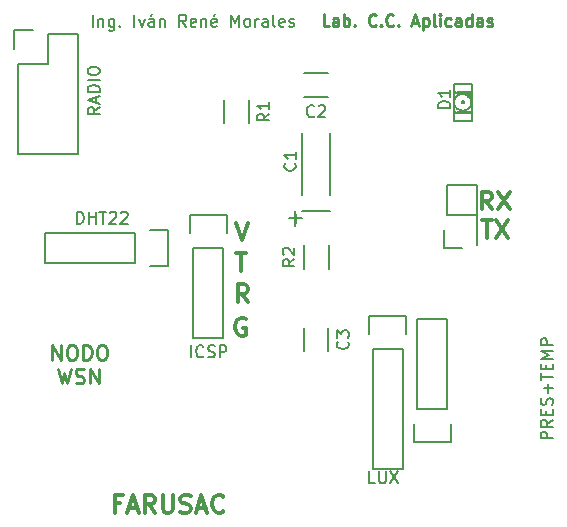
<source format=gto>
G04 #@! TF.FileFunction,Legend,Top*
%FSLAX46Y46*%
G04 Gerber Fmt 4.6, Leading zero omitted, Abs format (unit mm)*
G04 Created by KiCad (PCBNEW (after 2015-mar-04 BZR unknown)-product) date 22/04/2015 13:56:25*
%MOMM*%
G01*
G04 APERTURE LIST*
%ADD10C,0.100000*%
%ADD11C,0.250000*%
%ADD12C,0.200000*%
%ADD13C,0.300000*%
%ADD14C,0.150000*%
G04 APERTURE END LIST*
D10*
D11*
X106674333Y-79981876D02*
X106674333Y-78731876D01*
X107388619Y-79981876D01*
X107388619Y-78731876D01*
X108221952Y-78731876D02*
X108460048Y-78731876D01*
X108579095Y-78791400D01*
X108698143Y-78910448D01*
X108757667Y-79148543D01*
X108757667Y-79565210D01*
X108698143Y-79803305D01*
X108579095Y-79922352D01*
X108460048Y-79981876D01*
X108221952Y-79981876D01*
X108102905Y-79922352D01*
X107983857Y-79803305D01*
X107924333Y-79565210D01*
X107924333Y-79148543D01*
X107983857Y-78910448D01*
X108102905Y-78791400D01*
X108221952Y-78731876D01*
X109293381Y-79981876D02*
X109293381Y-78731876D01*
X109591000Y-78731876D01*
X109769572Y-78791400D01*
X109888619Y-78910448D01*
X109948143Y-79029495D01*
X110007667Y-79267590D01*
X110007667Y-79446162D01*
X109948143Y-79684257D01*
X109888619Y-79803305D01*
X109769572Y-79922352D01*
X109591000Y-79981876D01*
X109293381Y-79981876D01*
X110781476Y-78731876D02*
X111019572Y-78731876D01*
X111138619Y-78791400D01*
X111257667Y-78910448D01*
X111317191Y-79148543D01*
X111317191Y-79565210D01*
X111257667Y-79803305D01*
X111138619Y-79922352D01*
X111019572Y-79981876D01*
X110781476Y-79981876D01*
X110662429Y-79922352D01*
X110543381Y-79803305D01*
X110483857Y-79565210D01*
X110483857Y-79148543D01*
X110543381Y-78910448D01*
X110662429Y-78791400D01*
X110781476Y-78731876D01*
X107180286Y-80731876D02*
X107477905Y-81981876D01*
X107716001Y-81089019D01*
X107954096Y-81981876D01*
X108251715Y-80731876D01*
X108668381Y-81922352D02*
X108846953Y-81981876D01*
X109144572Y-81981876D01*
X109263619Y-81922352D01*
X109323143Y-81862829D01*
X109382667Y-81743781D01*
X109382667Y-81624733D01*
X109323143Y-81505686D01*
X109263619Y-81446162D01*
X109144572Y-81386638D01*
X108906476Y-81327114D01*
X108787429Y-81267590D01*
X108727905Y-81208067D01*
X108668381Y-81089019D01*
X108668381Y-80969971D01*
X108727905Y-80850924D01*
X108787429Y-80791400D01*
X108906476Y-80731876D01*
X109204096Y-80731876D01*
X109382667Y-80791400D01*
X109918381Y-81981876D02*
X109918381Y-80731876D01*
X110632667Y-81981876D01*
X110632667Y-80731876D01*
D12*
X110117999Y-51785781D02*
X110117999Y-50785781D01*
X110594189Y-51119114D02*
X110594189Y-51785781D01*
X110594189Y-51214352D02*
X110641808Y-51166733D01*
X110737046Y-51119114D01*
X110879904Y-51119114D01*
X110975142Y-51166733D01*
X111022761Y-51261971D01*
X111022761Y-51785781D01*
X111927523Y-51119114D02*
X111927523Y-51928638D01*
X111879904Y-52023876D01*
X111832285Y-52071495D01*
X111737046Y-52119114D01*
X111594189Y-52119114D01*
X111498951Y-52071495D01*
X111927523Y-51738162D02*
X111832285Y-51785781D01*
X111641808Y-51785781D01*
X111546570Y-51738162D01*
X111498951Y-51690543D01*
X111451332Y-51595305D01*
X111451332Y-51309590D01*
X111498951Y-51214352D01*
X111546570Y-51166733D01*
X111641808Y-51119114D01*
X111832285Y-51119114D01*
X111927523Y-51166733D01*
X112403713Y-51690543D02*
X112451332Y-51738162D01*
X112403713Y-51785781D01*
X112356094Y-51738162D01*
X112403713Y-51690543D01*
X112403713Y-51785781D01*
X113641808Y-51785781D02*
X113641808Y-50785781D01*
X114022760Y-51119114D02*
X114260855Y-51785781D01*
X114498951Y-51119114D01*
X115308475Y-51785781D02*
X115308475Y-51261971D01*
X115260856Y-51166733D01*
X115165618Y-51119114D01*
X114975141Y-51119114D01*
X114879903Y-51166733D01*
X115308475Y-51738162D02*
X115213237Y-51785781D01*
X114975141Y-51785781D01*
X114879903Y-51738162D01*
X114832284Y-51642924D01*
X114832284Y-51547686D01*
X114879903Y-51452448D01*
X114975141Y-51404829D01*
X115213237Y-51404829D01*
X115308475Y-51357210D01*
X115165618Y-50738162D02*
X115022760Y-50881019D01*
X115784665Y-51119114D02*
X115784665Y-51785781D01*
X115784665Y-51214352D02*
X115832284Y-51166733D01*
X115927522Y-51119114D01*
X116070380Y-51119114D01*
X116165618Y-51166733D01*
X116213237Y-51261971D01*
X116213237Y-51785781D01*
X118022761Y-51785781D02*
X117689427Y-51309590D01*
X117451332Y-51785781D02*
X117451332Y-50785781D01*
X117832285Y-50785781D01*
X117927523Y-50833400D01*
X117975142Y-50881019D01*
X118022761Y-50976257D01*
X118022761Y-51119114D01*
X117975142Y-51214352D01*
X117927523Y-51261971D01*
X117832285Y-51309590D01*
X117451332Y-51309590D01*
X118832285Y-51738162D02*
X118737047Y-51785781D01*
X118546570Y-51785781D01*
X118451332Y-51738162D01*
X118403713Y-51642924D01*
X118403713Y-51261971D01*
X118451332Y-51166733D01*
X118546570Y-51119114D01*
X118737047Y-51119114D01*
X118832285Y-51166733D01*
X118879904Y-51261971D01*
X118879904Y-51357210D01*
X118403713Y-51452448D01*
X119308475Y-51119114D02*
X119308475Y-51785781D01*
X119308475Y-51214352D02*
X119356094Y-51166733D01*
X119451332Y-51119114D01*
X119594190Y-51119114D01*
X119689428Y-51166733D01*
X119737047Y-51261971D01*
X119737047Y-51785781D01*
X120594190Y-51738162D02*
X120498952Y-51785781D01*
X120308475Y-51785781D01*
X120213237Y-51738162D01*
X120165618Y-51642924D01*
X120165618Y-51261971D01*
X120213237Y-51166733D01*
X120308475Y-51119114D01*
X120498952Y-51119114D01*
X120594190Y-51166733D01*
X120641809Y-51261971D01*
X120641809Y-51357210D01*
X120165618Y-51452448D01*
X120498952Y-50738162D02*
X120356094Y-50881019D01*
X121832285Y-51785781D02*
X121832285Y-50785781D01*
X122165619Y-51500067D01*
X122498952Y-50785781D01*
X122498952Y-51785781D01*
X123117999Y-51785781D02*
X123022761Y-51738162D01*
X122975142Y-51690543D01*
X122927523Y-51595305D01*
X122927523Y-51309590D01*
X122975142Y-51214352D01*
X123022761Y-51166733D01*
X123117999Y-51119114D01*
X123260857Y-51119114D01*
X123356095Y-51166733D01*
X123403714Y-51214352D01*
X123451333Y-51309590D01*
X123451333Y-51595305D01*
X123403714Y-51690543D01*
X123356095Y-51738162D01*
X123260857Y-51785781D01*
X123117999Y-51785781D01*
X123879904Y-51785781D02*
X123879904Y-51119114D01*
X123879904Y-51309590D02*
X123927523Y-51214352D01*
X123975142Y-51166733D01*
X124070380Y-51119114D01*
X124165619Y-51119114D01*
X124927524Y-51785781D02*
X124927524Y-51261971D01*
X124879905Y-51166733D01*
X124784667Y-51119114D01*
X124594190Y-51119114D01*
X124498952Y-51166733D01*
X124927524Y-51738162D02*
X124832286Y-51785781D01*
X124594190Y-51785781D01*
X124498952Y-51738162D01*
X124451333Y-51642924D01*
X124451333Y-51547686D01*
X124498952Y-51452448D01*
X124594190Y-51404829D01*
X124832286Y-51404829D01*
X124927524Y-51357210D01*
X125546571Y-51785781D02*
X125451333Y-51738162D01*
X125403714Y-51642924D01*
X125403714Y-50785781D01*
X126308477Y-51738162D02*
X126213239Y-51785781D01*
X126022762Y-51785781D01*
X125927524Y-51738162D01*
X125879905Y-51642924D01*
X125879905Y-51261971D01*
X125927524Y-51166733D01*
X126022762Y-51119114D01*
X126213239Y-51119114D01*
X126308477Y-51166733D01*
X126356096Y-51261971D01*
X126356096Y-51357210D01*
X125879905Y-51452448D01*
X126737048Y-51738162D02*
X126832286Y-51785781D01*
X127022762Y-51785781D01*
X127118001Y-51738162D01*
X127165620Y-51642924D01*
X127165620Y-51595305D01*
X127118001Y-51500067D01*
X127022762Y-51452448D01*
X126879905Y-51452448D01*
X126784667Y-51404829D01*
X126737048Y-51309590D01*
X126737048Y-51261971D01*
X126784667Y-51166733D01*
X126879905Y-51119114D01*
X127022762Y-51119114D01*
X127118001Y-51166733D01*
D11*
X130136143Y-51734981D02*
X129659952Y-51734981D01*
X129659952Y-50734981D01*
X130898048Y-51734981D02*
X130898048Y-51211171D01*
X130850429Y-51115933D01*
X130755191Y-51068314D01*
X130564714Y-51068314D01*
X130469476Y-51115933D01*
X130898048Y-51687362D02*
X130802810Y-51734981D01*
X130564714Y-51734981D01*
X130469476Y-51687362D01*
X130421857Y-51592124D01*
X130421857Y-51496886D01*
X130469476Y-51401648D01*
X130564714Y-51354029D01*
X130802810Y-51354029D01*
X130898048Y-51306410D01*
X131374238Y-51734981D02*
X131374238Y-50734981D01*
X131374238Y-51115933D02*
X131469476Y-51068314D01*
X131659953Y-51068314D01*
X131755191Y-51115933D01*
X131802810Y-51163552D01*
X131850429Y-51258790D01*
X131850429Y-51544505D01*
X131802810Y-51639743D01*
X131755191Y-51687362D01*
X131659953Y-51734981D01*
X131469476Y-51734981D01*
X131374238Y-51687362D01*
X132279000Y-51639743D02*
X132326619Y-51687362D01*
X132279000Y-51734981D01*
X132231381Y-51687362D01*
X132279000Y-51639743D01*
X132279000Y-51734981D01*
X134088524Y-51639743D02*
X134040905Y-51687362D01*
X133898048Y-51734981D01*
X133802810Y-51734981D01*
X133659952Y-51687362D01*
X133564714Y-51592124D01*
X133517095Y-51496886D01*
X133469476Y-51306410D01*
X133469476Y-51163552D01*
X133517095Y-50973076D01*
X133564714Y-50877838D01*
X133659952Y-50782600D01*
X133802810Y-50734981D01*
X133898048Y-50734981D01*
X134040905Y-50782600D01*
X134088524Y-50830219D01*
X134517095Y-51639743D02*
X134564714Y-51687362D01*
X134517095Y-51734981D01*
X134469476Y-51687362D01*
X134517095Y-51639743D01*
X134517095Y-51734981D01*
X135564714Y-51639743D02*
X135517095Y-51687362D01*
X135374238Y-51734981D01*
X135279000Y-51734981D01*
X135136142Y-51687362D01*
X135040904Y-51592124D01*
X134993285Y-51496886D01*
X134945666Y-51306410D01*
X134945666Y-51163552D01*
X134993285Y-50973076D01*
X135040904Y-50877838D01*
X135136142Y-50782600D01*
X135279000Y-50734981D01*
X135374238Y-50734981D01*
X135517095Y-50782600D01*
X135564714Y-50830219D01*
X135993285Y-51639743D02*
X136040904Y-51687362D01*
X135993285Y-51734981D01*
X135945666Y-51687362D01*
X135993285Y-51639743D01*
X135993285Y-51734981D01*
X137183761Y-51449267D02*
X137659952Y-51449267D01*
X137088523Y-51734981D02*
X137421856Y-50734981D01*
X137755190Y-51734981D01*
X138088523Y-51068314D02*
X138088523Y-52068314D01*
X138088523Y-51115933D02*
X138183761Y-51068314D01*
X138374238Y-51068314D01*
X138469476Y-51115933D01*
X138517095Y-51163552D01*
X138564714Y-51258790D01*
X138564714Y-51544505D01*
X138517095Y-51639743D01*
X138469476Y-51687362D01*
X138374238Y-51734981D01*
X138183761Y-51734981D01*
X138088523Y-51687362D01*
X139136142Y-51734981D02*
X139040904Y-51687362D01*
X138993285Y-51592124D01*
X138993285Y-50734981D01*
X139517095Y-51734981D02*
X139517095Y-51068314D01*
X139517095Y-50734981D02*
X139469476Y-50782600D01*
X139517095Y-50830219D01*
X139564714Y-50782600D01*
X139517095Y-50734981D01*
X139517095Y-50830219D01*
X140421857Y-51687362D02*
X140326619Y-51734981D01*
X140136142Y-51734981D01*
X140040904Y-51687362D01*
X139993285Y-51639743D01*
X139945666Y-51544505D01*
X139945666Y-51258790D01*
X139993285Y-51163552D01*
X140040904Y-51115933D01*
X140136142Y-51068314D01*
X140326619Y-51068314D01*
X140421857Y-51115933D01*
X141279000Y-51734981D02*
X141279000Y-51211171D01*
X141231381Y-51115933D01*
X141136143Y-51068314D01*
X140945666Y-51068314D01*
X140850428Y-51115933D01*
X141279000Y-51687362D02*
X141183762Y-51734981D01*
X140945666Y-51734981D01*
X140850428Y-51687362D01*
X140802809Y-51592124D01*
X140802809Y-51496886D01*
X140850428Y-51401648D01*
X140945666Y-51354029D01*
X141183762Y-51354029D01*
X141279000Y-51306410D01*
X142183762Y-51734981D02*
X142183762Y-50734981D01*
X142183762Y-51687362D02*
X142088524Y-51734981D01*
X141898047Y-51734981D01*
X141802809Y-51687362D01*
X141755190Y-51639743D01*
X141707571Y-51544505D01*
X141707571Y-51258790D01*
X141755190Y-51163552D01*
X141802809Y-51115933D01*
X141898047Y-51068314D01*
X142088524Y-51068314D01*
X142183762Y-51115933D01*
X143088524Y-51734981D02*
X143088524Y-51211171D01*
X143040905Y-51115933D01*
X142945667Y-51068314D01*
X142755190Y-51068314D01*
X142659952Y-51115933D01*
X143088524Y-51687362D02*
X142993286Y-51734981D01*
X142755190Y-51734981D01*
X142659952Y-51687362D01*
X142612333Y-51592124D01*
X142612333Y-51496886D01*
X142659952Y-51401648D01*
X142755190Y-51354029D01*
X142993286Y-51354029D01*
X143088524Y-51306410D01*
X143517095Y-51687362D02*
X143612333Y-51734981D01*
X143802809Y-51734981D01*
X143898048Y-51687362D01*
X143945667Y-51592124D01*
X143945667Y-51544505D01*
X143898048Y-51449267D01*
X143802809Y-51401648D01*
X143659952Y-51401648D01*
X143564714Y-51354029D01*
X143517095Y-51258790D01*
X143517095Y-51211171D01*
X143564714Y-51115933D01*
X143659952Y-51068314D01*
X143802809Y-51068314D01*
X143898048Y-51115933D01*
D13*
X112462801Y-92145657D02*
X111962801Y-92145657D01*
X111962801Y-92931371D02*
X111962801Y-91431371D01*
X112677087Y-91431371D01*
X113177086Y-92502800D02*
X113891372Y-92502800D01*
X113034229Y-92931371D02*
X113534229Y-91431371D01*
X114034229Y-92931371D01*
X115391372Y-92931371D02*
X114891372Y-92217086D01*
X114534229Y-92931371D02*
X114534229Y-91431371D01*
X115105657Y-91431371D01*
X115248515Y-91502800D01*
X115319943Y-91574229D01*
X115391372Y-91717086D01*
X115391372Y-91931371D01*
X115319943Y-92074229D01*
X115248515Y-92145657D01*
X115105657Y-92217086D01*
X114534229Y-92217086D01*
X116034229Y-91431371D02*
X116034229Y-92645657D01*
X116105657Y-92788514D01*
X116177086Y-92859943D01*
X116319943Y-92931371D01*
X116605657Y-92931371D01*
X116748515Y-92859943D01*
X116819943Y-92788514D01*
X116891372Y-92645657D01*
X116891372Y-91431371D01*
X117534229Y-92859943D02*
X117748515Y-92931371D01*
X118105658Y-92931371D01*
X118248515Y-92859943D01*
X118319944Y-92788514D01*
X118391372Y-92645657D01*
X118391372Y-92502800D01*
X118319944Y-92359943D01*
X118248515Y-92288514D01*
X118105658Y-92217086D01*
X117819944Y-92145657D01*
X117677086Y-92074229D01*
X117605658Y-92002800D01*
X117534229Y-91859943D01*
X117534229Y-91717086D01*
X117605658Y-91574229D01*
X117677086Y-91502800D01*
X117819944Y-91431371D01*
X118177086Y-91431371D01*
X118391372Y-91502800D01*
X118962800Y-92502800D02*
X119677086Y-92502800D01*
X118819943Y-92931371D02*
X119319943Y-91431371D01*
X119819943Y-92931371D01*
X121177086Y-92788514D02*
X121105657Y-92859943D01*
X120891371Y-92931371D01*
X120748514Y-92931371D01*
X120534229Y-92859943D01*
X120391371Y-92717086D01*
X120319943Y-92574229D01*
X120248514Y-92288514D01*
X120248514Y-92074229D01*
X120319943Y-91788514D01*
X120391371Y-91645657D01*
X120534229Y-91502800D01*
X120748514Y-91431371D01*
X120891371Y-91431371D01*
X121105657Y-91502800D01*
X121177086Y-91574229D01*
X143040443Y-68152371D02*
X143897586Y-68152371D01*
X143469015Y-69652371D02*
X143469015Y-68152371D01*
X144254729Y-68152371D02*
X145254729Y-69652371D01*
X145254729Y-68152371D02*
X144254729Y-69652371D01*
X143907901Y-67252071D02*
X143407901Y-66537786D01*
X143050758Y-67252071D02*
X143050758Y-65752071D01*
X143622186Y-65752071D01*
X143765044Y-65823500D01*
X143836472Y-65894929D01*
X143907901Y-66037786D01*
X143907901Y-66252071D01*
X143836472Y-66394929D01*
X143765044Y-66466357D01*
X143622186Y-66537786D01*
X143050758Y-66537786D01*
X144407901Y-65752071D02*
X145407901Y-67252071D01*
X145407901Y-65752071D02*
X144407901Y-67252071D01*
X123050357Y-76516900D02*
X122907500Y-76445471D01*
X122693214Y-76445471D01*
X122478929Y-76516900D01*
X122336071Y-76659757D01*
X122264643Y-76802614D01*
X122193214Y-77088329D01*
X122193214Y-77302614D01*
X122264643Y-77588329D01*
X122336071Y-77731186D01*
X122478929Y-77874043D01*
X122693214Y-77945471D01*
X122836071Y-77945471D01*
X123050357Y-77874043D01*
X123121786Y-77802614D01*
X123121786Y-77302614D01*
X122836071Y-77302614D01*
X123236086Y-75100671D02*
X122736086Y-74386386D01*
X122378943Y-75100671D02*
X122378943Y-73600671D01*
X122950371Y-73600671D01*
X123093229Y-73672100D01*
X123164657Y-73743529D01*
X123236086Y-73886386D01*
X123236086Y-74100671D01*
X123164657Y-74243529D01*
X123093229Y-74314957D01*
X122950371Y-74386386D01*
X122378943Y-74386386D01*
X122266257Y-70959071D02*
X123123400Y-70959071D01*
X122694829Y-72459071D02*
X122694829Y-70959071D01*
X122240857Y-68368271D02*
X122740857Y-69868271D01*
X123240857Y-68368271D01*
D14*
X130230880Y-66024760D02*
X130230880Y-60822840D01*
X127833120Y-60822840D02*
X127833120Y-66024760D01*
X126733300Y-68023740D02*
X127833120Y-68023740D01*
X127233680Y-68623180D02*
X127233680Y-67424300D01*
X127833120Y-67419220D02*
X130230880Y-67419220D01*
X128032000Y-57717800D02*
X130032000Y-57717800D01*
X130032000Y-55667800D02*
X128032000Y-55667800D01*
X130057000Y-79282800D02*
X130057000Y-77282800D01*
X128007000Y-77282800D02*
X128007000Y-79282800D01*
X141538960Y-58277760D02*
X141538960Y-58079640D01*
X141538960Y-58079640D02*
X141340840Y-58079640D01*
X141340840Y-58277760D02*
X141340840Y-58079640D01*
X141538960Y-58277760D02*
X141340840Y-58277760D01*
X142138400Y-57729120D02*
X142138400Y-57381140D01*
X142138400Y-57381140D02*
X141889480Y-57381140D01*
X141889480Y-57729120D02*
X141889480Y-57381140D01*
X142138400Y-57729120D02*
X141889480Y-57729120D01*
X142138400Y-57381140D02*
X142138400Y-57279540D01*
X142138400Y-57279540D02*
X140942060Y-57279540D01*
X140942060Y-57381140D02*
X140942060Y-57279540D01*
X142138400Y-57381140D02*
X140942060Y-57381140D01*
X140891260Y-57381140D02*
X140891260Y-57279540D01*
X140891260Y-57279540D02*
X140741400Y-57279540D01*
X140741400Y-57381140D02*
X140741400Y-57279540D01*
X140891260Y-57381140D02*
X140741400Y-57381140D01*
X142138400Y-59077860D02*
X142138400Y-58976260D01*
X142138400Y-58976260D02*
X140942060Y-58976260D01*
X140942060Y-59077860D02*
X140942060Y-58976260D01*
X142138400Y-59077860D02*
X140942060Y-59077860D01*
X140891260Y-59077860D02*
X140891260Y-58976260D01*
X140891260Y-58976260D02*
X140741400Y-58976260D01*
X140741400Y-59077860D02*
X140741400Y-58976260D01*
X140891260Y-59077860D02*
X140741400Y-59077860D01*
X142138400Y-57729120D02*
X142138400Y-57579260D01*
X142138400Y-57579260D02*
X141889480Y-57579260D01*
X141889480Y-57729120D02*
X141889480Y-57579260D01*
X142138400Y-57729120D02*
X141889480Y-57729120D01*
X142189200Y-56629300D02*
X142189200Y-59728100D01*
X142189200Y-59728100D02*
X140690600Y-59728100D01*
X140690600Y-59728100D02*
X140690600Y-56629300D01*
X140690600Y-56629300D02*
X142189200Y-56629300D01*
X141939254Y-58725962D02*
G75*
G03X141937740Y-57630060I-499354J547262D01*
G01*
X140941502Y-58726833D02*
G75*
G03X141937740Y-58727340I498398J548133D01*
G01*
X140940546Y-57631438D02*
G75*
G03X140942060Y-58727340I499354J-547262D01*
G01*
X141938298Y-57630567D02*
G75*
G03X140942060Y-57630060I-498398J-548133D01*
G01*
X141414500Y-70561800D02*
X139864500Y-70561800D01*
X139864500Y-69011800D02*
X139864500Y-70561800D01*
X142684500Y-70281800D02*
X142684500Y-67741800D01*
X140144500Y-65201800D02*
X140144500Y-67741800D01*
X140144500Y-67741800D02*
X142684500Y-67741800D01*
X142684500Y-67741800D02*
X142684500Y-65201800D01*
X142684500Y-65201800D02*
X140144500Y-65201800D01*
X118618000Y-70535800D02*
X118618000Y-78155800D01*
X121158000Y-70535800D02*
X121158000Y-78155800D01*
X121438000Y-67715800D02*
X121438000Y-69265800D01*
X118618000Y-78155800D02*
X121158000Y-78155800D01*
X121158000Y-70535800D02*
X118618000Y-70535800D01*
X118338000Y-69265800D02*
X118338000Y-67715800D01*
X118338000Y-67715800D02*
X121438000Y-67715800D01*
X121226000Y-59978800D02*
X121226000Y-57978800D01*
X123376000Y-57978800D02*
X123376000Y-59978800D01*
X130107000Y-70297800D02*
X130107000Y-72297800D01*
X127957000Y-72297800D02*
X127957000Y-70297800D01*
X103759000Y-54914800D02*
X103759000Y-62534800D01*
X103759000Y-62534800D02*
X108839000Y-62534800D01*
X108839000Y-62534800D02*
X108839000Y-52374800D01*
X108839000Y-52374800D02*
X106299000Y-52374800D01*
X105029000Y-52094800D02*
X103479000Y-52094800D01*
X106299000Y-52374800D02*
X106299000Y-54914800D01*
X106299000Y-54914800D02*
X103759000Y-54914800D01*
X103479000Y-52094800D02*
X103479000Y-53644800D01*
X113665000Y-69265800D02*
X106045000Y-69265800D01*
X113665000Y-71805800D02*
X106045000Y-71805800D01*
X116485000Y-72085800D02*
X114935000Y-72085800D01*
X106045000Y-69265800D02*
X106045000Y-71805800D01*
X113665000Y-71805800D02*
X113665000Y-69265800D01*
X114935000Y-68985800D02*
X116485000Y-68985800D01*
X116485000Y-68985800D02*
X116485000Y-72085800D01*
X133539900Y-77787500D02*
X133539900Y-76237500D01*
X133539900Y-76237500D02*
X136639900Y-76237500D01*
X136639900Y-76237500D02*
X136639900Y-77787500D01*
X136359900Y-79057500D02*
X136359900Y-89217500D01*
X136359900Y-89217500D02*
X133819900Y-89217500D01*
X133819900Y-89217500D02*
X133819900Y-79057500D01*
X136359900Y-79057500D02*
X133819900Y-79057500D01*
X140131800Y-84137500D02*
X140131800Y-76517500D01*
X137591800Y-84137500D02*
X137591800Y-76517500D01*
X137311800Y-86957500D02*
X137311800Y-85407500D01*
X140131800Y-76517500D02*
X137591800Y-76517500D01*
X137591800Y-84137500D02*
X140131800Y-84137500D01*
X140411800Y-85407500D02*
X140411800Y-86957500D01*
X140411800Y-86957500D02*
X137311800Y-86957500D01*
X127230143Y-63349166D02*
X127277762Y-63396785D01*
X127325381Y-63539642D01*
X127325381Y-63634880D01*
X127277762Y-63777738D01*
X127182524Y-63872976D01*
X127087286Y-63920595D01*
X126896810Y-63968214D01*
X126753952Y-63968214D01*
X126563476Y-63920595D01*
X126468238Y-63872976D01*
X126373000Y-63777738D01*
X126325381Y-63634880D01*
X126325381Y-63539642D01*
X126373000Y-63396785D01*
X126420619Y-63349166D01*
X127325381Y-62396785D02*
X127325381Y-62968214D01*
X127325381Y-62682500D02*
X126325381Y-62682500D01*
X126468238Y-62777738D01*
X126563476Y-62872976D01*
X126611095Y-62968214D01*
X127302569Y-68404692D02*
X127302569Y-67642787D01*
X127683521Y-68023739D02*
X126921616Y-68023739D01*
X128865334Y-59349943D02*
X128817715Y-59397562D01*
X128674858Y-59445181D01*
X128579620Y-59445181D01*
X128436762Y-59397562D01*
X128341524Y-59302324D01*
X128293905Y-59207086D01*
X128246286Y-59016610D01*
X128246286Y-58873752D01*
X128293905Y-58683276D01*
X128341524Y-58588038D01*
X128436762Y-58492800D01*
X128579620Y-58445181D01*
X128674858Y-58445181D01*
X128817715Y-58492800D01*
X128865334Y-58540419D01*
X129246286Y-58540419D02*
X129293905Y-58492800D01*
X129389143Y-58445181D01*
X129627239Y-58445181D01*
X129722477Y-58492800D01*
X129770096Y-58540419D01*
X129817715Y-58635657D01*
X129817715Y-58730895D01*
X129770096Y-58873752D01*
X129198667Y-59445181D01*
X129817715Y-59445181D01*
X131689143Y-78449466D02*
X131736762Y-78497085D01*
X131784381Y-78639942D01*
X131784381Y-78735180D01*
X131736762Y-78878038D01*
X131641524Y-78973276D01*
X131546286Y-79020895D01*
X131355810Y-79068514D01*
X131212952Y-79068514D01*
X131022476Y-79020895D01*
X130927238Y-78973276D01*
X130832000Y-78878038D01*
X130784381Y-78735180D01*
X130784381Y-78639942D01*
X130832000Y-78497085D01*
X130879619Y-78449466D01*
X130784381Y-78116133D02*
X130784381Y-77497085D01*
X131165333Y-77830419D01*
X131165333Y-77687561D01*
X131212952Y-77592323D01*
X131260571Y-77544704D01*
X131355810Y-77497085D01*
X131593905Y-77497085D01*
X131689143Y-77544704D01*
X131736762Y-77592323D01*
X131784381Y-77687561D01*
X131784381Y-77973276D01*
X131736762Y-78068514D01*
X131689143Y-78116133D01*
X140368281Y-58662795D02*
X139368281Y-58662795D01*
X139368281Y-58424700D01*
X139415900Y-58281842D01*
X139511138Y-58186604D01*
X139606376Y-58138985D01*
X139796852Y-58091366D01*
X139939710Y-58091366D01*
X140130186Y-58138985D01*
X140225424Y-58186604D01*
X140320662Y-58281842D01*
X140368281Y-58424700D01*
X140368281Y-58662795D01*
X140368281Y-57138985D02*
X140368281Y-57710414D01*
X140368281Y-57424700D02*
X139368281Y-57424700D01*
X139511138Y-57519938D01*
X139606376Y-57615176D01*
X139653995Y-57710414D01*
X118437410Y-79776681D02*
X118437410Y-78776681D01*
X119485029Y-79681443D02*
X119437410Y-79729062D01*
X119294553Y-79776681D01*
X119199315Y-79776681D01*
X119056457Y-79729062D01*
X118961219Y-79633824D01*
X118913600Y-79538586D01*
X118865981Y-79348110D01*
X118865981Y-79205252D01*
X118913600Y-79014776D01*
X118961219Y-78919538D01*
X119056457Y-78824300D01*
X119199315Y-78776681D01*
X119294553Y-78776681D01*
X119437410Y-78824300D01*
X119485029Y-78871919D01*
X119865981Y-79729062D02*
X120008838Y-79776681D01*
X120246934Y-79776681D01*
X120342172Y-79729062D01*
X120389791Y-79681443D01*
X120437410Y-79586205D01*
X120437410Y-79490967D01*
X120389791Y-79395729D01*
X120342172Y-79348110D01*
X120246934Y-79300490D01*
X120056457Y-79252871D01*
X119961219Y-79205252D01*
X119913600Y-79157633D01*
X119865981Y-79062395D01*
X119865981Y-78967157D01*
X119913600Y-78871919D01*
X119961219Y-78824300D01*
X120056457Y-78776681D01*
X120294553Y-78776681D01*
X120437410Y-78824300D01*
X120865981Y-79776681D02*
X120865981Y-78776681D01*
X121246934Y-78776681D01*
X121342172Y-78824300D01*
X121389791Y-78871919D01*
X121437410Y-78967157D01*
X121437410Y-79110014D01*
X121389791Y-79205252D01*
X121342172Y-79252871D01*
X121246934Y-79300490D01*
X120865981Y-79300490D01*
X125053381Y-59145466D02*
X124577190Y-59478800D01*
X125053381Y-59716895D02*
X124053381Y-59716895D01*
X124053381Y-59335942D01*
X124101000Y-59240704D01*
X124148619Y-59193085D01*
X124243857Y-59145466D01*
X124386714Y-59145466D01*
X124481952Y-59193085D01*
X124529571Y-59240704D01*
X124577190Y-59335942D01*
X124577190Y-59716895D01*
X125053381Y-58193085D02*
X125053381Y-58764514D01*
X125053381Y-58478800D02*
X124053381Y-58478800D01*
X124196238Y-58574038D01*
X124291476Y-58669276D01*
X124339095Y-58764514D01*
X127184381Y-71464466D02*
X126708190Y-71797800D01*
X127184381Y-72035895D02*
X126184381Y-72035895D01*
X126184381Y-71654942D01*
X126232000Y-71559704D01*
X126279619Y-71512085D01*
X126374857Y-71464466D01*
X126517714Y-71464466D01*
X126612952Y-71512085D01*
X126660571Y-71559704D01*
X126708190Y-71654942D01*
X126708190Y-72035895D01*
X126279619Y-71083514D02*
X126232000Y-71035895D01*
X126184381Y-70940657D01*
X126184381Y-70702561D01*
X126232000Y-70607323D01*
X126279619Y-70559704D01*
X126374857Y-70512085D01*
X126470095Y-70512085D01*
X126612952Y-70559704D01*
X127184381Y-71131133D01*
X127184381Y-70512085D01*
X110688381Y-58581752D02*
X110212190Y-58915086D01*
X110688381Y-59153181D02*
X109688381Y-59153181D01*
X109688381Y-58772228D01*
X109736000Y-58676990D01*
X109783619Y-58629371D01*
X109878857Y-58581752D01*
X110021714Y-58581752D01*
X110116952Y-58629371D01*
X110164571Y-58676990D01*
X110212190Y-58772228D01*
X110212190Y-59153181D01*
X110402667Y-58200800D02*
X110402667Y-57724609D01*
X110688381Y-58296038D02*
X109688381Y-57962705D01*
X110688381Y-57629371D01*
X110688381Y-57296038D02*
X109688381Y-57296038D01*
X109688381Y-57057943D01*
X109736000Y-56915085D01*
X109831238Y-56819847D01*
X109926476Y-56772228D01*
X110116952Y-56724609D01*
X110259810Y-56724609D01*
X110450286Y-56772228D01*
X110545524Y-56819847D01*
X110640762Y-56915085D01*
X110688381Y-57057943D01*
X110688381Y-57296038D01*
X110688381Y-56296038D02*
X109688381Y-56296038D01*
X109688381Y-55629372D02*
X109688381Y-55438895D01*
X109736000Y-55343657D01*
X109831238Y-55248419D01*
X110021714Y-55200800D01*
X110355048Y-55200800D01*
X110545524Y-55248419D01*
X110640762Y-55343657D01*
X110688381Y-55438895D01*
X110688381Y-55629372D01*
X110640762Y-55724610D01*
X110545524Y-55819848D01*
X110355048Y-55867467D01*
X110021714Y-55867467D01*
X109831238Y-55819848D01*
X109736000Y-55724610D01*
X109688381Y-55629372D01*
X108777352Y-68460881D02*
X108777352Y-67460881D01*
X109015447Y-67460881D01*
X109158305Y-67508500D01*
X109253543Y-67603738D01*
X109301162Y-67698976D01*
X109348781Y-67889452D01*
X109348781Y-68032310D01*
X109301162Y-68222786D01*
X109253543Y-68318024D01*
X109158305Y-68413262D01*
X109015447Y-68460881D01*
X108777352Y-68460881D01*
X109777352Y-68460881D02*
X109777352Y-67460881D01*
X109777352Y-67937071D02*
X110348781Y-67937071D01*
X110348781Y-68460881D02*
X110348781Y-67460881D01*
X110682114Y-67460881D02*
X111253543Y-67460881D01*
X110967828Y-68460881D02*
X110967828Y-67460881D01*
X111539257Y-67556119D02*
X111586876Y-67508500D01*
X111682114Y-67460881D01*
X111920210Y-67460881D01*
X112015448Y-67508500D01*
X112063067Y-67556119D01*
X112110686Y-67651357D01*
X112110686Y-67746595D01*
X112063067Y-67889452D01*
X111491638Y-68460881D01*
X112110686Y-68460881D01*
X112491638Y-67556119D02*
X112539257Y-67508500D01*
X112634495Y-67460881D01*
X112872591Y-67460881D01*
X112967829Y-67508500D01*
X113015448Y-67556119D01*
X113063067Y-67651357D01*
X113063067Y-67746595D01*
X113015448Y-67889452D01*
X112444019Y-68460881D01*
X113063067Y-68460881D01*
X134018424Y-90431881D02*
X133542233Y-90431881D01*
X133542233Y-89431881D01*
X134351757Y-89431881D02*
X134351757Y-90241405D01*
X134399376Y-90336643D01*
X134446995Y-90384262D01*
X134542233Y-90431881D01*
X134732710Y-90431881D01*
X134827948Y-90384262D01*
X134875567Y-90336643D01*
X134923186Y-90241405D01*
X134923186Y-89431881D01*
X135304138Y-89431881D02*
X135970805Y-90431881D01*
X135970805Y-89431881D02*
X135304138Y-90431881D01*
X149042381Y-86649986D02*
X148042381Y-86649986D01*
X148042381Y-86269033D01*
X148090000Y-86173795D01*
X148137619Y-86126176D01*
X148232857Y-86078557D01*
X148375714Y-86078557D01*
X148470952Y-86126176D01*
X148518571Y-86173795D01*
X148566190Y-86269033D01*
X148566190Y-86649986D01*
X149042381Y-85078557D02*
X148566190Y-85411891D01*
X149042381Y-85649986D02*
X148042381Y-85649986D01*
X148042381Y-85269033D01*
X148090000Y-85173795D01*
X148137619Y-85126176D01*
X148232857Y-85078557D01*
X148375714Y-85078557D01*
X148470952Y-85126176D01*
X148518571Y-85173795D01*
X148566190Y-85269033D01*
X148566190Y-85649986D01*
X148518571Y-84649986D02*
X148518571Y-84316652D01*
X149042381Y-84173795D02*
X149042381Y-84649986D01*
X148042381Y-84649986D01*
X148042381Y-84173795D01*
X148994762Y-83792843D02*
X149042381Y-83649986D01*
X149042381Y-83411890D01*
X148994762Y-83316652D01*
X148947143Y-83269033D01*
X148851905Y-83221414D01*
X148756667Y-83221414D01*
X148661429Y-83269033D01*
X148613810Y-83316652D01*
X148566190Y-83411890D01*
X148518571Y-83602367D01*
X148470952Y-83697605D01*
X148423333Y-83745224D01*
X148328095Y-83792843D01*
X148232857Y-83792843D01*
X148137619Y-83745224D01*
X148090000Y-83697605D01*
X148042381Y-83602367D01*
X148042381Y-83364271D01*
X148090000Y-83221414D01*
X148661429Y-82792843D02*
X148661429Y-82030938D01*
X149042381Y-82411890D02*
X148280476Y-82411890D01*
X148042381Y-81697605D02*
X148042381Y-81126176D01*
X149042381Y-81411891D02*
X148042381Y-81411891D01*
X148518571Y-80792843D02*
X148518571Y-80459509D01*
X149042381Y-80316652D02*
X149042381Y-80792843D01*
X148042381Y-80792843D01*
X148042381Y-80316652D01*
X149042381Y-79888081D02*
X148042381Y-79888081D01*
X148756667Y-79554747D01*
X148042381Y-79221414D01*
X149042381Y-79221414D01*
X149042381Y-78745224D02*
X148042381Y-78745224D01*
X148042381Y-78364271D01*
X148090000Y-78269033D01*
X148137619Y-78221414D01*
X148232857Y-78173795D01*
X148375714Y-78173795D01*
X148470952Y-78221414D01*
X148518571Y-78269033D01*
X148566190Y-78364271D01*
X148566190Y-78745224D01*
M02*

</source>
